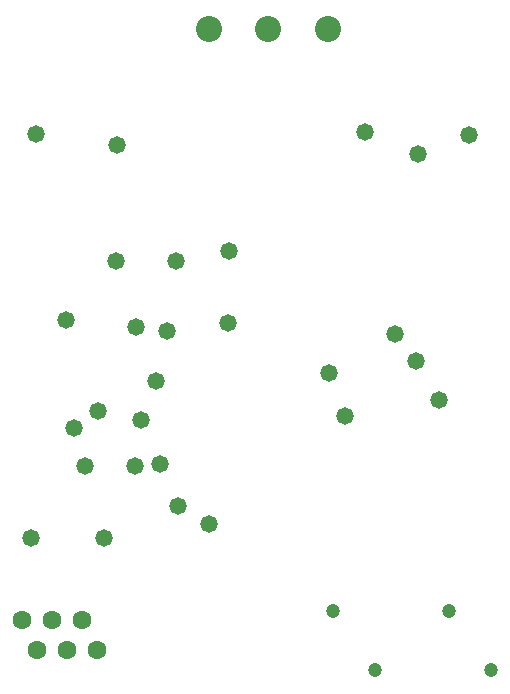
<source format=gbs>
%FSLAX44Y44*%
%MOMM*%
G71*
G01*
G75*
G04 Layer_Color=16711935*
%ADD10R,1.6800X1.5200*%
%ADD11R,0.9500X0.7000*%
%ADD12R,0.8000X1.6000*%
%ADD13R,1.2500X2.0000*%
%ADD14R,1.6000X0.8000*%
%ADD15R,5.5000X2.0000*%
%ADD16R,5.6000X5.6000*%
%ADD17R,2.0000X1.2000*%
%ADD18R,0.3000X1.5000*%
%ADD19R,1.5000X0.3000*%
%ADD20R,1.1000X1.2500*%
%ADD21R,2.0000X1.2500*%
%ADD22C,0.2540*%
%ADD23C,0.2900*%
%ADD24C,2.0000*%
%ADD25C,1.5000*%
%ADD26R,1.5000X1.5000*%
%ADD27C,1.4000*%
%ADD28C,1.2700*%
%ADD29C,1.0000*%
%ADD30C,0.1000*%
%ADD31C,0.2000*%
%ADD32R,0.1778X1.4732*%
%ADD33R,0.2032X1.4986*%
%ADD34R,1.8832X1.7232*%
%ADD35R,1.1532X0.9032*%
%ADD36R,1.0032X1.8032*%
%ADD37R,1.4532X2.2032*%
%ADD38R,1.8032X1.0032*%
%ADD39R,5.7032X2.2032*%
%ADD40R,5.8032X5.8032*%
%ADD41R,2.2032X1.4032*%
%ADD42R,0.5032X1.7032*%
%ADD43R,1.7032X0.5032*%
%ADD44R,1.3032X1.4532*%
%ADD45R,2.2032X1.4532*%
%ADD46C,2.2032*%
%ADD47C,1.7032*%
%ADD48R,1.7032X1.7032*%
%ADD49C,1.6032*%
%ADD50C,1.4732*%
%ADD51C,1.2032*%
D46*
X206000Y616000D02*
D03*
X306000D02*
D03*
X256000D02*
D03*
D49*
X97800Y116000D02*
D03*
X85100Y90600D02*
D03*
X72400Y116000D02*
D03*
X110500Y90600D02*
D03*
X59700D02*
D03*
X47000Y116000D02*
D03*
D50*
X101000Y246000D02*
D03*
X148000Y285000D02*
D03*
X143000Y246000D02*
D03*
X164000Y248000D02*
D03*
X179000Y212000D02*
D03*
X117000Y185000D02*
D03*
X55000D02*
D03*
X400000Y302000D02*
D03*
X321000Y288000D02*
D03*
X381000Y335000D02*
D03*
X363000Y358000D02*
D03*
X223000Y428000D02*
D03*
X222000Y367000D02*
D03*
X178000Y420000D02*
D03*
X127000D02*
D03*
X144000Y364000D02*
D03*
X170000Y360000D02*
D03*
X426000Y526000D02*
D03*
X338000Y529000D02*
D03*
X85000Y370000D02*
D03*
X91000Y278000D02*
D03*
X161000Y318000D02*
D03*
X112000Y293000D02*
D03*
X59000Y527000D02*
D03*
X128000Y518000D02*
D03*
X383000Y510000D02*
D03*
X307000Y325000D02*
D03*
X206000Y197000D02*
D03*
D51*
X311000Y123000D02*
D03*
X346000Y73000D02*
D03*
X409000Y123000D02*
D03*
X444000Y73000D02*
D03*
M02*

</source>
